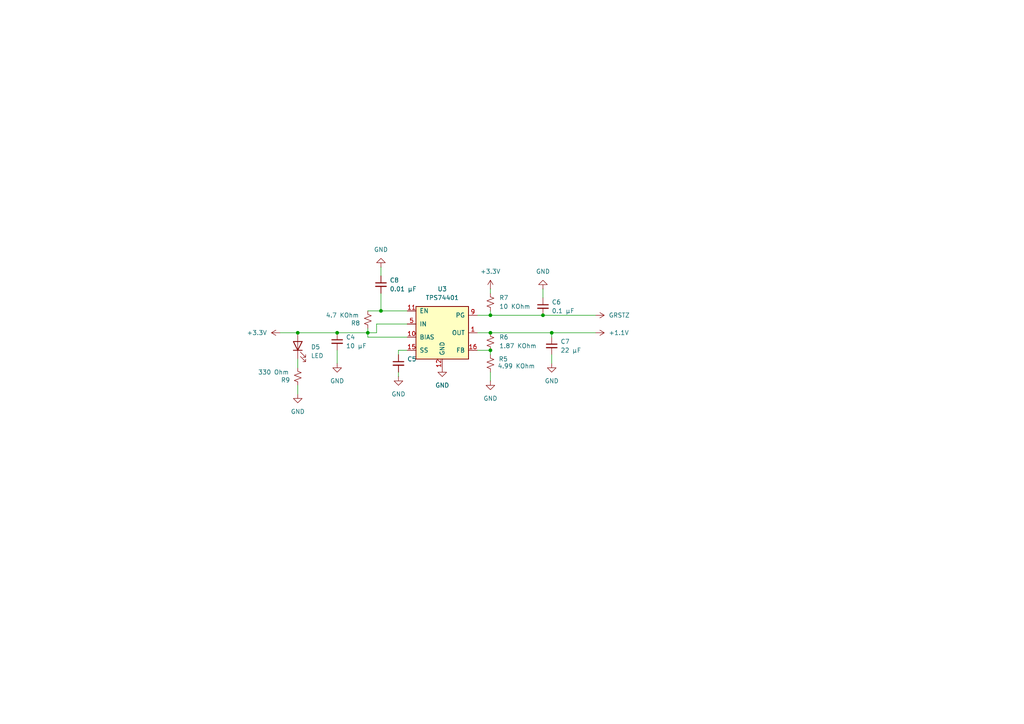
<source format=kicad_sch>
(kicad_sch (version 20250114) (generator "eeschema") (generator_version "9.0")
  (paper "A4")
  (title_block (title "PCI2USB") (date "2025-10-27") (rev "1.0.0") (company "3mdeb Sp. z o.o") (comment 1 "1.1V Regulator") (comment 2 "Jakub Sobota"))
  (lib_symbols
    (symbol "Device:C_Small" (pin_numbers (hide yes)) (pin_names (offset 0.254) (hide yes))
      (property "Reference" "C" (at 0.254 1.778 0))
      (property "Value" "C_Small" (at 0.254 -2.032 0))
      (symbol "C_Small_0_1"
        (polyline (pts (xy -1.524 0.508) (xy 1.524 0.508)) (stroke (width 0.3048)))
        (polyline (pts (xy -1.524 -0.508) (xy 1.524 -0.508)) (stroke (width 0.3302)))
      )
      (symbol "C_Small_1_1"
        (pin passive line (at 0 2.54 270) (length 2.032) (name "~") (number "1"))
        (pin passive line (at 0 -2.54 90) (length 2.032) (name "~") (number "2"))
      )
    )
    (symbol "Device:LED" (pin_numbers (hide yes)) (pin_names (offset 1.016) (hide yes))
      (property "Reference" "D" (at 0 2.54 0))
      (property "Value" "LED" (at 0 -2.54 0))
      (symbol "LED_0_1"
        (polyline (pts (xy -3.048 -0.762) (xy -4.572 -2.286) (xy -3.81 -2.286) (xy -4.572 -2.286) (xy -4.572 -1.524)))
        (polyline (pts (xy -1.778 -0.762) (xy -3.302 -2.286) (xy -2.54 -2.286) (xy -3.302 -2.286) (xy -3.302 -1.524)))
        (polyline (pts (xy -1.27 0) (xy 1.27 0)))
        (polyline (pts (xy -1.27 -1.27) (xy -1.27 1.27)) (stroke (width 0.254)))
        (polyline (pts (xy 1.27 -1.27) (xy 1.27 1.27) (xy -1.27 0) (xy 1.27 -1.27)) (stroke (width 0.254)))
      )
      (symbol "LED_1_1"
        (pin passive line (at -3.81 0 0) (length 2.54) (name "K") (number "1"))
        (pin passive line (at 3.81 0 180) (length 2.54) (name "A") (number "2"))
      )
    )
    (symbol "Device:R_Small_US" (pin_numbers (hide yes)) (pin_names (offset 0.254) (hide yes))
      (property "Reference" "R" (at 0.762 0.508 0))
      (property "Value" "R_Small_US" (at 0.762 -1.016 0))
      (symbol "R_Small_US_1_1"
        (polyline (pts (xy 0 1.524) (xy 1.016 1.143) (xy 0 0.762) (xy -1.016 0.381) (xy 0 0)))
        (polyline (pts (xy 0 0) (xy 1.016 -0.381) (xy 0 -0.762) (xy -1.016 -1.143) (xy 0 -1.524)))
        (pin passive line (at 0 2.54 270) (length 1.016) (name "~") (number "1"))
        (pin passive line (at 0 -2.54 90) (length 1.016) (name "~") (number "2"))
      )
    )
    (symbol "Regulator_Linear:TPS74401_VQFN" (pin_names (offset 1.016))
      (property "Reference" "U3" (at 0 12.7 0))
      (property "Value" "TPS74401" (at 0 10.16 0))
      (symbol "TPS74401_VQFN_0_1"
        (rectangle (start -7.62 7.62) (end 7.62 -7.62) (stroke (width 0.254)) (fill (type background)))
      )
      (symbol "TPS74401_VQFN_1_1"
        (pin input line (at -10.16 6.35 0) (length 2.54) (name "EN") (number "11"))
        (pin passive line (at -10.16 5.08 0) (length 2.54) (hide yes) (name "IN") (number "6"))
        (pin passive line (at -10.16 5.08 0) (length 2.54) (hide yes) (name "IN") (number "7"))
        (pin passive line (at -10.16 5.08 0) (length 2.54) (hide yes) (name "IN") (number "8"))
        (pin power_in line (at -10.16 2.54 0) (length 2.54) (name "IN") (number "5"))
        (pin input line (at -10.16 -1.27 0) (length 2.54) (name "BIAS") (number "10"))
        (pin input line (at -10.16 -5.08 0) (length 2.54) (name "SS") (number "15"))
        (pin no_connect line (at -2.54 7.62 270) (length 2.54) (hide yes) (name "NC") (number "2"))
        (pin no_connect line (at 0 7.62 270) (length 2.54) (hide yes) (name "NC") (number "3"))
        (pin no_connect line (at 0 -7.62 90) (length 2.54) (hide yes) (name "NC") (number "13"))
        (pin power_in line (at 0 -10.16 90) (length 2.54) (name "GND") (number "12"))
        (pin no_connect line (at 2.54 7.62 270) (length 2.54) (hide yes) (name "NC") (number "4"))
        (pin no_connect line (at 7.62 -2.54 180) (length 2.54) (hide yes) (name "NC") (number "17"))
        (pin no_connect line (at 7.62 -5.08 180) (length 2.54) (hide yes) (name "NC") (number "14"))
        (pin output line (at 10.16 5.08 180) (length 2.54) (name "PG") (number "9"))
        (pin passive line (at 10.16 2.54 180) (length 2.54) (hide yes) (name "OUT") (number "18"))
        (pin passive line (at 10.16 2.54 180) (length 2.54) (hide yes) (name "OUT") (number "19"))
        (pin passive line (at 10.16 2.54 180) (length 2.54) (hide yes) (name "OUT") (number "20"))
        (pin power_out line (at 10.16 0 180) (length 2.54) (name "OUT") (number "1"))
        (pin input line (at 10.16 -5.08 180) (length 2.54) (name "FB") (number "16"))
      )
    )
    (symbol "power:+3.3V" (power) (pin_numbers (hide yes)) (pin_names (offset 0) (hide yes))
      (property "Value" "+3.3V" (at 0 3.556 0))
      (symbol "+3.3V_0_1"
        (polyline (pts (xy -0.762 1.27) (xy 0 2.54)))
        (polyline (pts (xy 0 2.54) (xy 0.762 1.27)))
        (polyline (pts (xy 0 0) (xy 0 2.54)))
      )
      (symbol "+3.3V_1_1"
        (pin power_in line (at 0 0 90) (length 0) (name "~") (number "1"))
      )
    )
    (symbol "power:GND" (power) (pin_numbers (hide yes)) (pin_names (offset 0) (hide yes))
      (property "Value" "GND" (at 0 -3.81 0))
      (symbol "GND_0_1"
        (polyline (pts (xy 0 0) (xy 0 -1.27) (xy 1.27 -1.27) (xy 0 -2.54) (xy -1.27 -1.27) (xy 0 -1.27)))
      )
      (symbol "GND_1_1"
        (pin power_in line (at 0 0 270) (length 0) (name "~") (number "1"))
      )
    )
    (symbol "power:LINE" (power) (pin_numbers (hide yes)) (pin_names (offset 0) (hide yes))
      (property "Value" "LINE" (at 0 3.556 0))
      (symbol "LINE_0_1"
        (polyline (pts (xy -0.762 1.27) (xy 0 2.54)))
        (polyline (pts (xy 0 2.54) (xy 0.762 1.27)))
        (polyline (pts (xy 0 0) (xy 0 2.54)))
      )
      (symbol "LINE_1_1"
        (pin power_in line (at 0 0 90) (length 0) (name "~") (number "1"))
      )
    )
  )
  (junction (at 110.49 90.17))
  (junction (at 142.24 91.44))
  (junction (at 160.02 96.52))
  (junction (at 97.79 96.52))
  (junction (at 106.68 96.52))
  (junction (at 86.36 96.52))
  (junction (at 142.24 96.52))
  (junction (at 157.48 91.44))
  (junction (at 142.24 101.6))
  (wire (pts (xy 110.49 77.47) (xy 110.49 80.01)))
  (wire (pts (xy 138.43 101.6) (xy 142.24 101.6)))
  (wire (pts (xy 109.22 93.98) (xy 118.11 93.98)))
  (wire (pts (xy 142.24 96.52) (xy 160.02 96.52)))
  (wire (pts (xy 118.11 101.6) (xy 115.57 101.6)))
  (wire (pts (xy 142.24 107.95) (xy 142.24 110.49)))
  (wire (pts (xy 97.79 105.41) (xy 97.79 101.6)))
  (wire (pts (xy 97.79 96.52) (xy 106.68 96.52)))
  (wire (pts (xy 109.22 96.52) (xy 106.68 96.52)))
  (wire (pts (xy 118.11 97.79) (xy 106.68 97.79)))
  (wire (pts (xy 86.36 114.3) (xy 86.36 111.76)))
  (wire (pts (xy 160.02 102.87) (xy 160.02 105.41)))
  (wire (pts (xy 115.57 101.6) (xy 115.57 102.87)))
  (wire (pts (xy 109.22 93.98) (xy 109.22 96.52)))
  (wire (pts (xy 157.48 91.44) (xy 172.72 91.44)))
  (wire (pts (xy 142.24 101.6) (xy 142.24 102.87)))
  (wire (pts (xy 142.24 83.82) (xy 142.24 85.09)))
  (wire (pts (xy 81.28 96.52) (xy 86.36 96.52)))
  (wire (pts (xy 160.02 97.79) (xy 160.02 96.52)))
  (wire (pts (xy 138.43 91.44) (xy 142.24 91.44)))
  (wire (pts (xy 106.68 90.17) (xy 110.49 90.17)))
  (wire (pts (xy 86.36 106.68) (xy 86.36 104.14)))
  (wire (pts (xy 110.49 90.17) (xy 118.11 90.17)))
  (wire (pts (xy 157.48 83.82) (xy 157.48 86.36)))
  (wire (pts (xy 142.24 91.44) (xy 157.48 91.44)))
  (wire (pts (xy 142.24 90.17) (xy 142.24 91.44)))
  (wire (pts (xy 160.02 96.52) (xy 172.72 96.52)))
  (wire (pts (xy 138.43 96.52) (xy 142.24 96.52)))
  (wire (pts (xy 115.57 107.95) (xy 115.57 109.22)))
  (wire (pts (xy 106.68 97.79) (xy 106.68 96.52)))
  (wire (pts (xy 86.36 96.52) (xy 97.79 96.52)))
  (wire (pts (xy 106.68 95.25) (xy 106.68 96.52)))
  (wire (pts (xy 110.49 85.09) (xy 110.49 90.17)))
  (symbol (lib_id "Device:C_Small") (at 160.02 100.33 0) (unit 1)
    (property "Reference" "C7" (at 162.56 99.0662 0) (effects (justify left)))
    (property "Value" "22 μF" (at 162.56 101.6062 0) (effects (justify left)))
    (property "Description" "Unpolarized capacitor, small symbol" (effects (hide yes)))
  )
  (symbol (lib_id "power:+3.3V") (at 81.28 96.52 90) (unit 1)
    (property "Reference" "#PWR011" (effects (hide yes)))
    (property "Value" "+3.3V" (at 77.47 96.5199 90) (effects (justify left)))
    (property "Description" "Power symbol creates a global label with name \"+3.3V\"" (effects (hide yes)))
  )
  (symbol (lib_id "Device:R_Small_US") (at 142.24 87.63 0) (unit 1)
    (property "Reference" "R7" (at 144.78 86.3599 0) (effects (justify left)))
    (property "Value" "10 KOhm" (at 144.78 88.8999 0) (effects (justify left)))
    (property "Description" "Resistor, small US symbol" (effects (hide yes)))
  )
  (symbol (lib_id "power:+3.3V") (at 142.24 83.82 0) (unit 1)
    (property "Reference" "#PWR019" (effects (hide yes)))
    (property "Value" "+3.3V" (at 142.24 78.74 0))
    (property "Description" "Power symbol creates a global label with name \"+3.3V\"" (effects (hide yes)))
  )
  (symbol (lib_id "power:GND") (at 110.49 77.47 0) (mirror x) (unit 1)
    (property "Reference" "#PWR020" (effects (hide yes)))
    (property "Value" "GND" (at 110.49 72.39 0))
    (property "Description" "Power symbol creates a global label with name \"GND\" , ground" (effects (hide yes)))
  )
  (symbol (lib_id "Device:R_Small_US") (at 142.24 105.41 180) (unit 1)
    (property "Reference" "R5" (at 147.32 104.14 0) (effects (justify left)))
    (property "Value" "4.99 KOhm" (at 155.194 106.172 0) (effects (justify left)))
    (property "Description" "Resistor, small US symbol" (effects (hide yes)))
  )
  (symbol (lib_id "Device:C_Small") (at 110.49 82.55 0) (unit 1)
    (property "Reference" "C8" (at 113.03 81.2862 0) (effects (justify left)))
    (property "Value" "0.01 μF" (at 113.03 83.8262 0) (effects (justify left)))
    (property "Description" "Unpolarized capacitor, small symbol" (effects (hide yes)))
  )
  (symbol (lib_id "Regulator_Linear:TPS74401_VQFN") (at 128.27 96.52 0) (unit 1)
    (property "Reference" "U3" (at 128.27 83.82 0))
    (property "Value" "TPS74401" (at 128.27 86.36 0))
    (property "Footprint" "Package_DFN_QFN:Texas_RGW0020A_VQFN-20-1EP_5x5mm_P0.65mm_EP3.15x3.15mm_ThermalVias" (effects (hide yes)))
    (property "Description" "0.8 to 3.6V adjustable, 3.0-A, Ultra-LDO with Programmable Soft-Start" (effects (hide yes)))
  )
  (symbol (lib_id "power:GND") (at 142.24 110.49 0) (mirror y) (unit 1)
    (property "Reference" "#PWR015" (effects (hide yes)))
    (property "Value" "GND" (at 142.24 115.57 0))
    (property "Description" "Power symbol creates a global label with name \"GND\" , ground" (effects (hide yes)))
  )
  (symbol (lib_id "Device:R_Small_US") (at 142.24 99.06 0) (unit 1)
    (property "Reference" "R6" (at 144.78 97.7899 0) (effects (justify left)))
    (property "Value" "1.87 KOhm" (at 144.78 100.3299 0) (effects (justify left)))
    (property "Description" "Resistor, small US symbol" (effects (hide yes)))
  )
  (symbol (lib_id "Device:LED") (at 86.36 100.33 90) (unit 1)
    (property "Reference" "D5" (at 90.17 100.6474 90) (effects (justify right)))
    (property "Value" "LED" (at 90.17 103.1874 90) (effects (justify right)))
    (property "Description" "Light emitting diode" (effects (hide yes)))
    (property "Sim.Pins" "1=K 2=A" (effects (hide yes)))
  )
  (symbol (lib_id "Device:C_Small") (at 115.57 105.41 0) (unit 1)
    (property "Reference" "C5" (at 118.11 104.1462 0) (effects (justify left)))
    (property "Value" "C_Small" (effects (hide yes)))
    (property "Description" "Unpolarized capacitor, small symbol" (effects (hide yes)))
  )
  (symbol (lib_id "power:GND") (at 160.02 105.41 0) (mirror y) (unit 1)
    (property "Reference" "#PWR016" (effects (hide yes)))
    (property "Value" "GND" (at 160.02 110.49 0))
    (property "Description" "Power symbol creates a global label with name \"GND\" , ground" (effects (hide yes)))
  )
  (symbol (lib_id "Device:R_Small_US") (at 86.36 109.22 180) (unit 1)
    (property "Reference" "R9" (at 82.804 110.236 0))
    (property "Value" "330 Ohm" (at 83.82 107.9501 0) (effects (justify left)))
    (property "Description" "Resistor, small US symbol" (effects (hide yes)))
  )
  (symbol (lib_id "power:LINE") (at 172.72 91.44 270) (unit 1)
    (property "Reference" "#PWR024" (effects (hide yes)))
    (property "Value" "GRSTZ" (at 176.53 91.4399 90) (effects (justify left)))
    (property "Description" "Power symbol creates a global label with name \"LINE\"" (effects (hide yes)))
  )
  (symbol (lib_id "Device:R_Small_US") (at 106.68 92.71 180) (unit 1)
    (property "Reference" "R8" (at 103.124 93.726 0))
    (property "Value" "4.7 KOhm" (at 104.14 91.4401 0) (effects (justify left)))
    (property "Description" "Resistor, small US symbol" (effects (hide yes)))
  )
  (symbol (lib_id "power:GND") (at 157.48 83.82 0) (mirror x) (unit 1)
    (property "Reference" "#PWR025" (effects (hide yes)))
    (property "Value" "GND" (at 157.48 78.74 0))
    (property "Description" "Power symbol creates a global label with name \"GND\" , ground" (effects (hide yes)))
  )
  (symbol (lib_id "power:GND") (at 115.57 109.22 0) (mirror y) (unit 1)
    (property "Reference" "#PWR017" (effects (hide yes)))
    (property "Value" "GND" (at 115.57 114.3 0))
    (property "Description" "Power symbol creates a global label with name \"GND\" , ground" (effects (hide yes)))
  )
  (symbol (lib_id "power:+3.3V") (at 172.72 96.52 270) (unit 1)
    (property "Reference" "#PWR012" (effects (hide yes)))
    (property "Value" "+1.1V" (at 176.53 96.5199 90) (effects (justify left)))
    (property "Description" "Power symbol creates a global label with name \"+3.3V\"" (effects (hide yes)))
  )
  (symbol (lib_id "power:GND") (at 97.79 105.41 0) (unit 1)
    (property "Reference" "#PWR014" (effects (hide yes)))
    (property "Value" "GND" (at 97.79 110.49 0))
    (property "Description" "Power symbol creates a global label with name \"GND\" , ground" (effects (hide yes)))
  )
  (symbol (lib_id "Device:C_Small") (at 97.79 99.06 0) (unit 1)
    (property "Reference" "C4" (at 100.33 97.7962 0) (effects (justify left)))
    (property "Value" "10 μF" (at 100.33 100.3362 0) (effects (justify left)))
    (property "Description" "Unpolarized capacitor, small symbol" (effects (hide yes)))
  )
  (symbol (lib_id "Device:C_Small") (at 157.48 88.9 0) (unit 1)
    (property "Reference" "C6" (at 160.02 87.6362 0) (effects (justify left)))
    (property "Value" "0.1 μF" (at 160.02 90.1762 0) (effects (justify left)))
    (property "Description" "Unpolarized capacitor, small symbol" (effects (hide yes)))
  )
  (symbol (lib_id "power:GND") (at 86.36 114.3 0) (unit 1)
    (property "Reference" "#PWR018" (effects (hide yes)))
    (property "Value" "GND" (at 86.36 119.38 0))
    (property "Description" "Power symbol creates a global label with name \"GND\" , ground" (effects (hide yes)))
  )
  (symbol (lib_id "power:GND") (at 128.27 106.68 0) (mirror y) (unit 1)
    (property "Reference" "#PWR013" (effects (hide yes)))
    (property "Value" "GND" (at 128.27 111.76 0))
    (property "Description" "Power symbol creates a global label with name \"GND\" , ground" (effects (hide yes)))
  )
)
</source>
